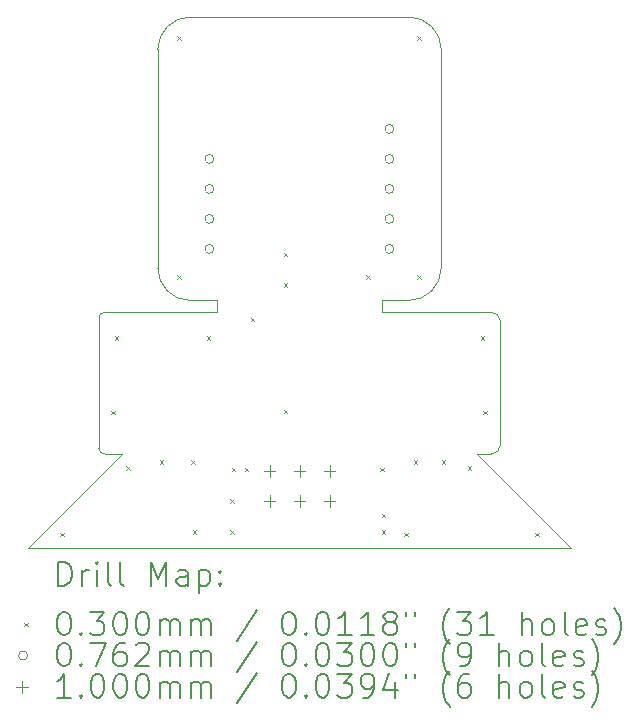
<source format=gbr>
%TF.GenerationSoftware,KiCad,Pcbnew,8.0.8*%
%TF.CreationDate,2025-02-17T10:30:17+00:00*%
%TF.ProjectId,hackaday-sao-m5stack-atoms3,6861636b-6164-4617-992d-73616f2d6d35,rev?*%
%TF.SameCoordinates,Original*%
%TF.FileFunction,Drillmap*%
%TF.FilePolarity,Positive*%
%FSLAX45Y45*%
G04 Gerber Fmt 4.5, Leading zero omitted, Abs format (unit mm)*
G04 Created by KiCad (PCBNEW 8.0.8) date 2025-02-17 10:30:17*
%MOMM*%
%LPD*%
G01*
G04 APERTURE LIST*
%ADD10C,0.050000*%
%ADD11C,0.200000*%
%ADD12C,0.100000*%
G04 APERTURE END LIST*
D10*
X19550000Y-9700000D02*
G75*
G02*
X19500000Y-9650000I0J50000D01*
G01*
X20275000Y-8400000D02*
X20500000Y-8400000D01*
X22825000Y-9700000D02*
X22700000Y-9700000D01*
X22825000Y-8500000D02*
G75*
G02*
X22900000Y-8575000I0J-75000D01*
G01*
X22400000Y-8125000D02*
G75*
G02*
X22125000Y-8400000I-275000J0D01*
G01*
X22900000Y-9625000D02*
G75*
G02*
X22825000Y-9700000I-75000J0D01*
G01*
X22125000Y-6000000D02*
G75*
G02*
X22400000Y-6275000I0J-275000D01*
G01*
X22125000Y-8400000D02*
X21900000Y-8400000D01*
X22400000Y-6275000D02*
X22400000Y-8125000D01*
X19700000Y-9700000D02*
X18900000Y-10500000D01*
X21900000Y-8500000D02*
X22825000Y-8500000D01*
X22700000Y-9700000D02*
X23500000Y-10500000D01*
X19500000Y-9650000D02*
X19500000Y-8550000D01*
X20000000Y-6275000D02*
G75*
G02*
X20275000Y-6000000I275000J0D01*
G01*
X22900000Y-8575000D02*
X22900000Y-9625000D01*
X20500000Y-8500000D02*
X19550000Y-8500000D01*
X20000000Y-8125000D02*
X20000000Y-6275000D01*
X20275000Y-8400000D02*
G75*
G02*
X20000000Y-8125000I0J275000D01*
G01*
X19550000Y-9700000D02*
X19700000Y-9700000D01*
X19500000Y-8550000D02*
G75*
G02*
X19550000Y-8500000I50000J0D01*
G01*
X18900000Y-10500000D02*
X23500000Y-10500000D01*
X20500000Y-8500000D02*
X20500000Y-8400000D01*
X21900000Y-8500000D02*
X21900000Y-8400000D01*
X20275000Y-6000000D02*
X22125000Y-6000000D01*
D11*
D12*
X19175000Y-10365000D02*
X19205000Y-10395000D01*
X19205000Y-10365000D02*
X19175000Y-10395000D01*
X19605000Y-9335000D02*
X19635000Y-9365000D01*
X19635000Y-9335000D02*
X19605000Y-9365000D01*
X19635000Y-8705000D02*
X19665000Y-8735000D01*
X19665000Y-8705000D02*
X19635000Y-8735000D01*
X19735000Y-9805000D02*
X19765000Y-9835000D01*
X19765000Y-9805000D02*
X19735000Y-9835000D01*
X20015000Y-9755000D02*
X20045000Y-9785000D01*
X20045000Y-9755000D02*
X20015000Y-9785000D01*
X20165000Y-6165000D02*
X20195000Y-6195000D01*
X20195000Y-6165000D02*
X20165000Y-6195000D01*
X20165000Y-8185000D02*
X20195000Y-8215000D01*
X20195000Y-8185000D02*
X20165000Y-8215000D01*
X20285000Y-9755000D02*
X20315000Y-9785000D01*
X20315000Y-9755000D02*
X20285000Y-9785000D01*
X20295000Y-10345000D02*
X20325000Y-10375000D01*
X20325000Y-10345000D02*
X20295000Y-10375000D01*
X20415000Y-8705000D02*
X20445000Y-8735000D01*
X20445000Y-8705000D02*
X20415000Y-8735000D01*
X20615000Y-10085000D02*
X20645000Y-10115000D01*
X20645000Y-10085000D02*
X20615000Y-10115000D01*
X20615000Y-10345000D02*
X20645000Y-10375000D01*
X20645000Y-10345000D02*
X20615000Y-10375000D01*
X20625000Y-9815000D02*
X20655000Y-9845000D01*
X20655000Y-9815000D02*
X20625000Y-9845000D01*
X20735000Y-9815000D02*
X20765000Y-9845000D01*
X20765000Y-9815000D02*
X20735000Y-9845000D01*
X20785000Y-8545000D02*
X20815000Y-8575000D01*
X20815000Y-8545000D02*
X20785000Y-8575000D01*
X21065000Y-7995000D02*
X21095000Y-8025000D01*
X21095000Y-7995000D02*
X21065000Y-8025000D01*
X21065000Y-8255000D02*
X21095000Y-8285000D01*
X21095000Y-8255000D02*
X21065000Y-8285000D01*
X21065000Y-9325000D02*
X21095000Y-9355000D01*
X21095000Y-9325000D02*
X21065000Y-9355000D01*
X21765000Y-8185000D02*
X21795000Y-8215000D01*
X21795000Y-8185000D02*
X21765000Y-8215000D01*
X21885000Y-9815000D02*
X21915000Y-9845000D01*
X21915000Y-9815000D02*
X21885000Y-9845000D01*
X21895000Y-10205000D02*
X21925000Y-10235000D01*
X21925000Y-10205000D02*
X21895000Y-10235000D01*
X21895000Y-10345000D02*
X21925000Y-10375000D01*
X21925000Y-10345000D02*
X21895000Y-10375000D01*
X22085000Y-10365000D02*
X22115000Y-10395000D01*
X22115000Y-10365000D02*
X22085000Y-10395000D01*
X22165000Y-9755000D02*
X22195000Y-9785000D01*
X22195000Y-9755000D02*
X22165000Y-9785000D01*
X22195000Y-6165000D02*
X22225000Y-6195000D01*
X22225000Y-6165000D02*
X22195000Y-6195000D01*
X22195000Y-8185000D02*
X22225000Y-8215000D01*
X22225000Y-8185000D02*
X22195000Y-8215000D01*
X22405000Y-9755000D02*
X22435000Y-9785000D01*
X22435000Y-9755000D02*
X22405000Y-9785000D01*
X22625000Y-9805000D02*
X22655000Y-9835000D01*
X22655000Y-9805000D02*
X22625000Y-9835000D01*
X22735000Y-8705000D02*
X22765000Y-8735000D01*
X22765000Y-8705000D02*
X22735000Y-8735000D01*
X22755000Y-9335000D02*
X22785000Y-9365000D01*
X22785000Y-9335000D02*
X22755000Y-9365000D01*
X23195000Y-10365000D02*
X23225000Y-10395000D01*
X23225000Y-10365000D02*
X23195000Y-10395000D01*
X20474980Y-7201120D02*
G75*
G02*
X20398780Y-7201120I-38100J0D01*
G01*
X20398780Y-7201120D02*
G75*
G02*
X20474980Y-7201120I38100J0D01*
G01*
X20474980Y-7455120D02*
G75*
G02*
X20398780Y-7455120I-38100J0D01*
G01*
X20398780Y-7455120D02*
G75*
G02*
X20474980Y-7455120I38100J0D01*
G01*
X20474980Y-7709120D02*
G75*
G02*
X20398780Y-7709120I-38100J0D01*
G01*
X20398780Y-7709120D02*
G75*
G02*
X20474980Y-7709120I38100J0D01*
G01*
X20474980Y-7963120D02*
G75*
G02*
X20398780Y-7963120I-38100J0D01*
G01*
X20398780Y-7963120D02*
G75*
G02*
X20474980Y-7963120I38100J0D01*
G01*
X21998980Y-6947120D02*
G75*
G02*
X21922780Y-6947120I-38100J0D01*
G01*
X21922780Y-6947120D02*
G75*
G02*
X21998980Y-6947120I38100J0D01*
G01*
X21998980Y-7201120D02*
G75*
G02*
X21922780Y-7201120I-38100J0D01*
G01*
X21922780Y-7201120D02*
G75*
G02*
X21998980Y-7201120I38100J0D01*
G01*
X21998980Y-7455120D02*
G75*
G02*
X21922780Y-7455120I-38100J0D01*
G01*
X21922780Y-7455120D02*
G75*
G02*
X21998980Y-7455120I38100J0D01*
G01*
X21998980Y-7709120D02*
G75*
G02*
X21922780Y-7709120I-38100J0D01*
G01*
X21922780Y-7709120D02*
G75*
G02*
X21998980Y-7709120I38100J0D01*
G01*
X21998980Y-7963120D02*
G75*
G02*
X21922780Y-7963120I-38100J0D01*
G01*
X21922780Y-7963120D02*
G75*
G02*
X21998980Y-7963120I38100J0D01*
G01*
X20946000Y-9796000D02*
X20946000Y-9896000D01*
X20896000Y-9846000D02*
X20996000Y-9846000D01*
X20946000Y-10050000D02*
X20946000Y-10150000D01*
X20896000Y-10100000D02*
X20996000Y-10100000D01*
X21200000Y-9796000D02*
X21200000Y-9896000D01*
X21150000Y-9846000D02*
X21250000Y-9846000D01*
X21200000Y-10050000D02*
X21200000Y-10150000D01*
X21150000Y-10100000D02*
X21250000Y-10100000D01*
X21454000Y-9796000D02*
X21454000Y-9896000D01*
X21404000Y-9846000D02*
X21504000Y-9846000D01*
X21454000Y-10050000D02*
X21454000Y-10150000D01*
X21404000Y-10100000D02*
X21504000Y-10100000D01*
D11*
X19158277Y-10813984D02*
X19158277Y-10613984D01*
X19158277Y-10613984D02*
X19205896Y-10613984D01*
X19205896Y-10613984D02*
X19234467Y-10623508D01*
X19234467Y-10623508D02*
X19253515Y-10642555D01*
X19253515Y-10642555D02*
X19263039Y-10661603D01*
X19263039Y-10661603D02*
X19272563Y-10699698D01*
X19272563Y-10699698D02*
X19272563Y-10728270D01*
X19272563Y-10728270D02*
X19263039Y-10766365D01*
X19263039Y-10766365D02*
X19253515Y-10785412D01*
X19253515Y-10785412D02*
X19234467Y-10804460D01*
X19234467Y-10804460D02*
X19205896Y-10813984D01*
X19205896Y-10813984D02*
X19158277Y-10813984D01*
X19358277Y-10813984D02*
X19358277Y-10680650D01*
X19358277Y-10718746D02*
X19367801Y-10699698D01*
X19367801Y-10699698D02*
X19377324Y-10690174D01*
X19377324Y-10690174D02*
X19396372Y-10680650D01*
X19396372Y-10680650D02*
X19415420Y-10680650D01*
X19482086Y-10813984D02*
X19482086Y-10680650D01*
X19482086Y-10613984D02*
X19472563Y-10623508D01*
X19472563Y-10623508D02*
X19482086Y-10633031D01*
X19482086Y-10633031D02*
X19491610Y-10623508D01*
X19491610Y-10623508D02*
X19482086Y-10613984D01*
X19482086Y-10613984D02*
X19482086Y-10633031D01*
X19605896Y-10813984D02*
X19586848Y-10804460D01*
X19586848Y-10804460D02*
X19577324Y-10785412D01*
X19577324Y-10785412D02*
X19577324Y-10613984D01*
X19710658Y-10813984D02*
X19691610Y-10804460D01*
X19691610Y-10804460D02*
X19682086Y-10785412D01*
X19682086Y-10785412D02*
X19682086Y-10613984D01*
X19939229Y-10813984D02*
X19939229Y-10613984D01*
X19939229Y-10613984D02*
X20005896Y-10756841D01*
X20005896Y-10756841D02*
X20072563Y-10613984D01*
X20072563Y-10613984D02*
X20072563Y-10813984D01*
X20253515Y-10813984D02*
X20253515Y-10709222D01*
X20253515Y-10709222D02*
X20243991Y-10690174D01*
X20243991Y-10690174D02*
X20224944Y-10680650D01*
X20224944Y-10680650D02*
X20186848Y-10680650D01*
X20186848Y-10680650D02*
X20167801Y-10690174D01*
X20253515Y-10804460D02*
X20234467Y-10813984D01*
X20234467Y-10813984D02*
X20186848Y-10813984D01*
X20186848Y-10813984D02*
X20167801Y-10804460D01*
X20167801Y-10804460D02*
X20158277Y-10785412D01*
X20158277Y-10785412D02*
X20158277Y-10766365D01*
X20158277Y-10766365D02*
X20167801Y-10747317D01*
X20167801Y-10747317D02*
X20186848Y-10737793D01*
X20186848Y-10737793D02*
X20234467Y-10737793D01*
X20234467Y-10737793D02*
X20253515Y-10728270D01*
X20348753Y-10680650D02*
X20348753Y-10880650D01*
X20348753Y-10690174D02*
X20367801Y-10680650D01*
X20367801Y-10680650D02*
X20405896Y-10680650D01*
X20405896Y-10680650D02*
X20424944Y-10690174D01*
X20424944Y-10690174D02*
X20434467Y-10699698D01*
X20434467Y-10699698D02*
X20443991Y-10718746D01*
X20443991Y-10718746D02*
X20443991Y-10775889D01*
X20443991Y-10775889D02*
X20434467Y-10794936D01*
X20434467Y-10794936D02*
X20424944Y-10804460D01*
X20424944Y-10804460D02*
X20405896Y-10813984D01*
X20405896Y-10813984D02*
X20367801Y-10813984D01*
X20367801Y-10813984D02*
X20348753Y-10804460D01*
X20529705Y-10794936D02*
X20539229Y-10804460D01*
X20539229Y-10804460D02*
X20529705Y-10813984D01*
X20529705Y-10813984D02*
X20520182Y-10804460D01*
X20520182Y-10804460D02*
X20529705Y-10794936D01*
X20529705Y-10794936D02*
X20529705Y-10813984D01*
X20529705Y-10690174D02*
X20539229Y-10699698D01*
X20539229Y-10699698D02*
X20529705Y-10709222D01*
X20529705Y-10709222D02*
X20520182Y-10699698D01*
X20520182Y-10699698D02*
X20529705Y-10690174D01*
X20529705Y-10690174D02*
X20529705Y-10709222D01*
D12*
X18867500Y-11127500D02*
X18897500Y-11157500D01*
X18897500Y-11127500D02*
X18867500Y-11157500D01*
D11*
X19196372Y-11033984D02*
X19215420Y-11033984D01*
X19215420Y-11033984D02*
X19234467Y-11043508D01*
X19234467Y-11043508D02*
X19243991Y-11053031D01*
X19243991Y-11053031D02*
X19253515Y-11072079D01*
X19253515Y-11072079D02*
X19263039Y-11110174D01*
X19263039Y-11110174D02*
X19263039Y-11157793D01*
X19263039Y-11157793D02*
X19253515Y-11195888D01*
X19253515Y-11195888D02*
X19243991Y-11214936D01*
X19243991Y-11214936D02*
X19234467Y-11224460D01*
X19234467Y-11224460D02*
X19215420Y-11233984D01*
X19215420Y-11233984D02*
X19196372Y-11233984D01*
X19196372Y-11233984D02*
X19177324Y-11224460D01*
X19177324Y-11224460D02*
X19167801Y-11214936D01*
X19167801Y-11214936D02*
X19158277Y-11195888D01*
X19158277Y-11195888D02*
X19148753Y-11157793D01*
X19148753Y-11157793D02*
X19148753Y-11110174D01*
X19148753Y-11110174D02*
X19158277Y-11072079D01*
X19158277Y-11072079D02*
X19167801Y-11053031D01*
X19167801Y-11053031D02*
X19177324Y-11043508D01*
X19177324Y-11043508D02*
X19196372Y-11033984D01*
X19348753Y-11214936D02*
X19358277Y-11224460D01*
X19358277Y-11224460D02*
X19348753Y-11233984D01*
X19348753Y-11233984D02*
X19339229Y-11224460D01*
X19339229Y-11224460D02*
X19348753Y-11214936D01*
X19348753Y-11214936D02*
X19348753Y-11233984D01*
X19424944Y-11033984D02*
X19548753Y-11033984D01*
X19548753Y-11033984D02*
X19482086Y-11110174D01*
X19482086Y-11110174D02*
X19510658Y-11110174D01*
X19510658Y-11110174D02*
X19529705Y-11119698D01*
X19529705Y-11119698D02*
X19539229Y-11129222D01*
X19539229Y-11129222D02*
X19548753Y-11148270D01*
X19548753Y-11148270D02*
X19548753Y-11195888D01*
X19548753Y-11195888D02*
X19539229Y-11214936D01*
X19539229Y-11214936D02*
X19529705Y-11224460D01*
X19529705Y-11224460D02*
X19510658Y-11233984D01*
X19510658Y-11233984D02*
X19453515Y-11233984D01*
X19453515Y-11233984D02*
X19434467Y-11224460D01*
X19434467Y-11224460D02*
X19424944Y-11214936D01*
X19672563Y-11033984D02*
X19691610Y-11033984D01*
X19691610Y-11033984D02*
X19710658Y-11043508D01*
X19710658Y-11043508D02*
X19720182Y-11053031D01*
X19720182Y-11053031D02*
X19729705Y-11072079D01*
X19729705Y-11072079D02*
X19739229Y-11110174D01*
X19739229Y-11110174D02*
X19739229Y-11157793D01*
X19739229Y-11157793D02*
X19729705Y-11195888D01*
X19729705Y-11195888D02*
X19720182Y-11214936D01*
X19720182Y-11214936D02*
X19710658Y-11224460D01*
X19710658Y-11224460D02*
X19691610Y-11233984D01*
X19691610Y-11233984D02*
X19672563Y-11233984D01*
X19672563Y-11233984D02*
X19653515Y-11224460D01*
X19653515Y-11224460D02*
X19643991Y-11214936D01*
X19643991Y-11214936D02*
X19634467Y-11195888D01*
X19634467Y-11195888D02*
X19624944Y-11157793D01*
X19624944Y-11157793D02*
X19624944Y-11110174D01*
X19624944Y-11110174D02*
X19634467Y-11072079D01*
X19634467Y-11072079D02*
X19643991Y-11053031D01*
X19643991Y-11053031D02*
X19653515Y-11043508D01*
X19653515Y-11043508D02*
X19672563Y-11033984D01*
X19863039Y-11033984D02*
X19882086Y-11033984D01*
X19882086Y-11033984D02*
X19901134Y-11043508D01*
X19901134Y-11043508D02*
X19910658Y-11053031D01*
X19910658Y-11053031D02*
X19920182Y-11072079D01*
X19920182Y-11072079D02*
X19929705Y-11110174D01*
X19929705Y-11110174D02*
X19929705Y-11157793D01*
X19929705Y-11157793D02*
X19920182Y-11195888D01*
X19920182Y-11195888D02*
X19910658Y-11214936D01*
X19910658Y-11214936D02*
X19901134Y-11224460D01*
X19901134Y-11224460D02*
X19882086Y-11233984D01*
X19882086Y-11233984D02*
X19863039Y-11233984D01*
X19863039Y-11233984D02*
X19843991Y-11224460D01*
X19843991Y-11224460D02*
X19834467Y-11214936D01*
X19834467Y-11214936D02*
X19824944Y-11195888D01*
X19824944Y-11195888D02*
X19815420Y-11157793D01*
X19815420Y-11157793D02*
X19815420Y-11110174D01*
X19815420Y-11110174D02*
X19824944Y-11072079D01*
X19824944Y-11072079D02*
X19834467Y-11053031D01*
X19834467Y-11053031D02*
X19843991Y-11043508D01*
X19843991Y-11043508D02*
X19863039Y-11033984D01*
X20015420Y-11233984D02*
X20015420Y-11100650D01*
X20015420Y-11119698D02*
X20024944Y-11110174D01*
X20024944Y-11110174D02*
X20043991Y-11100650D01*
X20043991Y-11100650D02*
X20072563Y-11100650D01*
X20072563Y-11100650D02*
X20091610Y-11110174D01*
X20091610Y-11110174D02*
X20101134Y-11129222D01*
X20101134Y-11129222D02*
X20101134Y-11233984D01*
X20101134Y-11129222D02*
X20110658Y-11110174D01*
X20110658Y-11110174D02*
X20129705Y-11100650D01*
X20129705Y-11100650D02*
X20158277Y-11100650D01*
X20158277Y-11100650D02*
X20177325Y-11110174D01*
X20177325Y-11110174D02*
X20186848Y-11129222D01*
X20186848Y-11129222D02*
X20186848Y-11233984D01*
X20282086Y-11233984D02*
X20282086Y-11100650D01*
X20282086Y-11119698D02*
X20291610Y-11110174D01*
X20291610Y-11110174D02*
X20310658Y-11100650D01*
X20310658Y-11100650D02*
X20339229Y-11100650D01*
X20339229Y-11100650D02*
X20358277Y-11110174D01*
X20358277Y-11110174D02*
X20367801Y-11129222D01*
X20367801Y-11129222D02*
X20367801Y-11233984D01*
X20367801Y-11129222D02*
X20377325Y-11110174D01*
X20377325Y-11110174D02*
X20396372Y-11100650D01*
X20396372Y-11100650D02*
X20424944Y-11100650D01*
X20424944Y-11100650D02*
X20443991Y-11110174D01*
X20443991Y-11110174D02*
X20453515Y-11129222D01*
X20453515Y-11129222D02*
X20453515Y-11233984D01*
X20843991Y-11024460D02*
X20672563Y-11281603D01*
X21101134Y-11033984D02*
X21120182Y-11033984D01*
X21120182Y-11033984D02*
X21139229Y-11043508D01*
X21139229Y-11043508D02*
X21148753Y-11053031D01*
X21148753Y-11053031D02*
X21158277Y-11072079D01*
X21158277Y-11072079D02*
X21167801Y-11110174D01*
X21167801Y-11110174D02*
X21167801Y-11157793D01*
X21167801Y-11157793D02*
X21158277Y-11195888D01*
X21158277Y-11195888D02*
X21148753Y-11214936D01*
X21148753Y-11214936D02*
X21139229Y-11224460D01*
X21139229Y-11224460D02*
X21120182Y-11233984D01*
X21120182Y-11233984D02*
X21101134Y-11233984D01*
X21101134Y-11233984D02*
X21082087Y-11224460D01*
X21082087Y-11224460D02*
X21072563Y-11214936D01*
X21072563Y-11214936D02*
X21063039Y-11195888D01*
X21063039Y-11195888D02*
X21053515Y-11157793D01*
X21053515Y-11157793D02*
X21053515Y-11110174D01*
X21053515Y-11110174D02*
X21063039Y-11072079D01*
X21063039Y-11072079D02*
X21072563Y-11053031D01*
X21072563Y-11053031D02*
X21082087Y-11043508D01*
X21082087Y-11043508D02*
X21101134Y-11033984D01*
X21253515Y-11214936D02*
X21263039Y-11224460D01*
X21263039Y-11224460D02*
X21253515Y-11233984D01*
X21253515Y-11233984D02*
X21243991Y-11224460D01*
X21243991Y-11224460D02*
X21253515Y-11214936D01*
X21253515Y-11214936D02*
X21253515Y-11233984D01*
X21386848Y-11033984D02*
X21405896Y-11033984D01*
X21405896Y-11033984D02*
X21424944Y-11043508D01*
X21424944Y-11043508D02*
X21434468Y-11053031D01*
X21434468Y-11053031D02*
X21443991Y-11072079D01*
X21443991Y-11072079D02*
X21453515Y-11110174D01*
X21453515Y-11110174D02*
X21453515Y-11157793D01*
X21453515Y-11157793D02*
X21443991Y-11195888D01*
X21443991Y-11195888D02*
X21434468Y-11214936D01*
X21434468Y-11214936D02*
X21424944Y-11224460D01*
X21424944Y-11224460D02*
X21405896Y-11233984D01*
X21405896Y-11233984D02*
X21386848Y-11233984D01*
X21386848Y-11233984D02*
X21367801Y-11224460D01*
X21367801Y-11224460D02*
X21358277Y-11214936D01*
X21358277Y-11214936D02*
X21348753Y-11195888D01*
X21348753Y-11195888D02*
X21339229Y-11157793D01*
X21339229Y-11157793D02*
X21339229Y-11110174D01*
X21339229Y-11110174D02*
X21348753Y-11072079D01*
X21348753Y-11072079D02*
X21358277Y-11053031D01*
X21358277Y-11053031D02*
X21367801Y-11043508D01*
X21367801Y-11043508D02*
X21386848Y-11033984D01*
X21643991Y-11233984D02*
X21529706Y-11233984D01*
X21586848Y-11233984D02*
X21586848Y-11033984D01*
X21586848Y-11033984D02*
X21567801Y-11062555D01*
X21567801Y-11062555D02*
X21548753Y-11081603D01*
X21548753Y-11081603D02*
X21529706Y-11091127D01*
X21834468Y-11233984D02*
X21720182Y-11233984D01*
X21777325Y-11233984D02*
X21777325Y-11033984D01*
X21777325Y-11033984D02*
X21758277Y-11062555D01*
X21758277Y-11062555D02*
X21739229Y-11081603D01*
X21739229Y-11081603D02*
X21720182Y-11091127D01*
X21948753Y-11119698D02*
X21929706Y-11110174D01*
X21929706Y-11110174D02*
X21920182Y-11100650D01*
X21920182Y-11100650D02*
X21910658Y-11081603D01*
X21910658Y-11081603D02*
X21910658Y-11072079D01*
X21910658Y-11072079D02*
X21920182Y-11053031D01*
X21920182Y-11053031D02*
X21929706Y-11043508D01*
X21929706Y-11043508D02*
X21948753Y-11033984D01*
X21948753Y-11033984D02*
X21986849Y-11033984D01*
X21986849Y-11033984D02*
X22005896Y-11043508D01*
X22005896Y-11043508D02*
X22015420Y-11053031D01*
X22015420Y-11053031D02*
X22024944Y-11072079D01*
X22024944Y-11072079D02*
X22024944Y-11081603D01*
X22024944Y-11081603D02*
X22015420Y-11100650D01*
X22015420Y-11100650D02*
X22005896Y-11110174D01*
X22005896Y-11110174D02*
X21986849Y-11119698D01*
X21986849Y-11119698D02*
X21948753Y-11119698D01*
X21948753Y-11119698D02*
X21929706Y-11129222D01*
X21929706Y-11129222D02*
X21920182Y-11138746D01*
X21920182Y-11138746D02*
X21910658Y-11157793D01*
X21910658Y-11157793D02*
X21910658Y-11195888D01*
X21910658Y-11195888D02*
X21920182Y-11214936D01*
X21920182Y-11214936D02*
X21929706Y-11224460D01*
X21929706Y-11224460D02*
X21948753Y-11233984D01*
X21948753Y-11233984D02*
X21986849Y-11233984D01*
X21986849Y-11233984D02*
X22005896Y-11224460D01*
X22005896Y-11224460D02*
X22015420Y-11214936D01*
X22015420Y-11214936D02*
X22024944Y-11195888D01*
X22024944Y-11195888D02*
X22024944Y-11157793D01*
X22024944Y-11157793D02*
X22015420Y-11138746D01*
X22015420Y-11138746D02*
X22005896Y-11129222D01*
X22005896Y-11129222D02*
X21986849Y-11119698D01*
X22101134Y-11033984D02*
X22101134Y-11072079D01*
X22177325Y-11033984D02*
X22177325Y-11072079D01*
X22472563Y-11310174D02*
X22463039Y-11300650D01*
X22463039Y-11300650D02*
X22443991Y-11272079D01*
X22443991Y-11272079D02*
X22434468Y-11253031D01*
X22434468Y-11253031D02*
X22424944Y-11224460D01*
X22424944Y-11224460D02*
X22415420Y-11176841D01*
X22415420Y-11176841D02*
X22415420Y-11138746D01*
X22415420Y-11138746D02*
X22424944Y-11091127D01*
X22424944Y-11091127D02*
X22434468Y-11062555D01*
X22434468Y-11062555D02*
X22443991Y-11043508D01*
X22443991Y-11043508D02*
X22463039Y-11014936D01*
X22463039Y-11014936D02*
X22472563Y-11005412D01*
X22529706Y-11033984D02*
X22653515Y-11033984D01*
X22653515Y-11033984D02*
X22586848Y-11110174D01*
X22586848Y-11110174D02*
X22615420Y-11110174D01*
X22615420Y-11110174D02*
X22634468Y-11119698D01*
X22634468Y-11119698D02*
X22643991Y-11129222D01*
X22643991Y-11129222D02*
X22653515Y-11148270D01*
X22653515Y-11148270D02*
X22653515Y-11195888D01*
X22653515Y-11195888D02*
X22643991Y-11214936D01*
X22643991Y-11214936D02*
X22634468Y-11224460D01*
X22634468Y-11224460D02*
X22615420Y-11233984D01*
X22615420Y-11233984D02*
X22558277Y-11233984D01*
X22558277Y-11233984D02*
X22539229Y-11224460D01*
X22539229Y-11224460D02*
X22529706Y-11214936D01*
X22843991Y-11233984D02*
X22729706Y-11233984D01*
X22786848Y-11233984D02*
X22786848Y-11033984D01*
X22786848Y-11033984D02*
X22767801Y-11062555D01*
X22767801Y-11062555D02*
X22748753Y-11081603D01*
X22748753Y-11081603D02*
X22729706Y-11091127D01*
X23082087Y-11233984D02*
X23082087Y-11033984D01*
X23167801Y-11233984D02*
X23167801Y-11129222D01*
X23167801Y-11129222D02*
X23158277Y-11110174D01*
X23158277Y-11110174D02*
X23139230Y-11100650D01*
X23139230Y-11100650D02*
X23110658Y-11100650D01*
X23110658Y-11100650D02*
X23091610Y-11110174D01*
X23091610Y-11110174D02*
X23082087Y-11119698D01*
X23291610Y-11233984D02*
X23272563Y-11224460D01*
X23272563Y-11224460D02*
X23263039Y-11214936D01*
X23263039Y-11214936D02*
X23253515Y-11195888D01*
X23253515Y-11195888D02*
X23253515Y-11138746D01*
X23253515Y-11138746D02*
X23263039Y-11119698D01*
X23263039Y-11119698D02*
X23272563Y-11110174D01*
X23272563Y-11110174D02*
X23291610Y-11100650D01*
X23291610Y-11100650D02*
X23320182Y-11100650D01*
X23320182Y-11100650D02*
X23339230Y-11110174D01*
X23339230Y-11110174D02*
X23348753Y-11119698D01*
X23348753Y-11119698D02*
X23358277Y-11138746D01*
X23358277Y-11138746D02*
X23358277Y-11195888D01*
X23358277Y-11195888D02*
X23348753Y-11214936D01*
X23348753Y-11214936D02*
X23339230Y-11224460D01*
X23339230Y-11224460D02*
X23320182Y-11233984D01*
X23320182Y-11233984D02*
X23291610Y-11233984D01*
X23472563Y-11233984D02*
X23453515Y-11224460D01*
X23453515Y-11224460D02*
X23443991Y-11205412D01*
X23443991Y-11205412D02*
X23443991Y-11033984D01*
X23624944Y-11224460D02*
X23605896Y-11233984D01*
X23605896Y-11233984D02*
X23567801Y-11233984D01*
X23567801Y-11233984D02*
X23548753Y-11224460D01*
X23548753Y-11224460D02*
X23539230Y-11205412D01*
X23539230Y-11205412D02*
X23539230Y-11129222D01*
X23539230Y-11129222D02*
X23548753Y-11110174D01*
X23548753Y-11110174D02*
X23567801Y-11100650D01*
X23567801Y-11100650D02*
X23605896Y-11100650D01*
X23605896Y-11100650D02*
X23624944Y-11110174D01*
X23624944Y-11110174D02*
X23634468Y-11129222D01*
X23634468Y-11129222D02*
X23634468Y-11148270D01*
X23634468Y-11148270D02*
X23539230Y-11167317D01*
X23710658Y-11224460D02*
X23729706Y-11233984D01*
X23729706Y-11233984D02*
X23767801Y-11233984D01*
X23767801Y-11233984D02*
X23786849Y-11224460D01*
X23786849Y-11224460D02*
X23796372Y-11205412D01*
X23796372Y-11205412D02*
X23796372Y-11195888D01*
X23796372Y-11195888D02*
X23786849Y-11176841D01*
X23786849Y-11176841D02*
X23767801Y-11167317D01*
X23767801Y-11167317D02*
X23739230Y-11167317D01*
X23739230Y-11167317D02*
X23720182Y-11157793D01*
X23720182Y-11157793D02*
X23710658Y-11138746D01*
X23710658Y-11138746D02*
X23710658Y-11129222D01*
X23710658Y-11129222D02*
X23720182Y-11110174D01*
X23720182Y-11110174D02*
X23739230Y-11100650D01*
X23739230Y-11100650D02*
X23767801Y-11100650D01*
X23767801Y-11100650D02*
X23786849Y-11110174D01*
X23863039Y-11310174D02*
X23872563Y-11300650D01*
X23872563Y-11300650D02*
X23891611Y-11272079D01*
X23891611Y-11272079D02*
X23901134Y-11253031D01*
X23901134Y-11253031D02*
X23910658Y-11224460D01*
X23910658Y-11224460D02*
X23920182Y-11176841D01*
X23920182Y-11176841D02*
X23920182Y-11138746D01*
X23920182Y-11138746D02*
X23910658Y-11091127D01*
X23910658Y-11091127D02*
X23901134Y-11062555D01*
X23901134Y-11062555D02*
X23891611Y-11043508D01*
X23891611Y-11043508D02*
X23872563Y-11014936D01*
X23872563Y-11014936D02*
X23863039Y-11005412D01*
D12*
X18897500Y-11406500D02*
G75*
G02*
X18821300Y-11406500I-38100J0D01*
G01*
X18821300Y-11406500D02*
G75*
G02*
X18897500Y-11406500I38100J0D01*
G01*
D11*
X19196372Y-11297984D02*
X19215420Y-11297984D01*
X19215420Y-11297984D02*
X19234467Y-11307508D01*
X19234467Y-11307508D02*
X19243991Y-11317031D01*
X19243991Y-11317031D02*
X19253515Y-11336079D01*
X19253515Y-11336079D02*
X19263039Y-11374174D01*
X19263039Y-11374174D02*
X19263039Y-11421793D01*
X19263039Y-11421793D02*
X19253515Y-11459888D01*
X19253515Y-11459888D02*
X19243991Y-11478936D01*
X19243991Y-11478936D02*
X19234467Y-11488460D01*
X19234467Y-11488460D02*
X19215420Y-11497984D01*
X19215420Y-11497984D02*
X19196372Y-11497984D01*
X19196372Y-11497984D02*
X19177324Y-11488460D01*
X19177324Y-11488460D02*
X19167801Y-11478936D01*
X19167801Y-11478936D02*
X19158277Y-11459888D01*
X19158277Y-11459888D02*
X19148753Y-11421793D01*
X19148753Y-11421793D02*
X19148753Y-11374174D01*
X19148753Y-11374174D02*
X19158277Y-11336079D01*
X19158277Y-11336079D02*
X19167801Y-11317031D01*
X19167801Y-11317031D02*
X19177324Y-11307508D01*
X19177324Y-11307508D02*
X19196372Y-11297984D01*
X19348753Y-11478936D02*
X19358277Y-11488460D01*
X19358277Y-11488460D02*
X19348753Y-11497984D01*
X19348753Y-11497984D02*
X19339229Y-11488460D01*
X19339229Y-11488460D02*
X19348753Y-11478936D01*
X19348753Y-11478936D02*
X19348753Y-11497984D01*
X19424944Y-11297984D02*
X19558277Y-11297984D01*
X19558277Y-11297984D02*
X19472563Y-11497984D01*
X19720182Y-11297984D02*
X19682086Y-11297984D01*
X19682086Y-11297984D02*
X19663039Y-11307508D01*
X19663039Y-11307508D02*
X19653515Y-11317031D01*
X19653515Y-11317031D02*
X19634467Y-11345603D01*
X19634467Y-11345603D02*
X19624944Y-11383698D01*
X19624944Y-11383698D02*
X19624944Y-11459888D01*
X19624944Y-11459888D02*
X19634467Y-11478936D01*
X19634467Y-11478936D02*
X19643991Y-11488460D01*
X19643991Y-11488460D02*
X19663039Y-11497984D01*
X19663039Y-11497984D02*
X19701134Y-11497984D01*
X19701134Y-11497984D02*
X19720182Y-11488460D01*
X19720182Y-11488460D02*
X19729705Y-11478936D01*
X19729705Y-11478936D02*
X19739229Y-11459888D01*
X19739229Y-11459888D02*
X19739229Y-11412269D01*
X19739229Y-11412269D02*
X19729705Y-11393222D01*
X19729705Y-11393222D02*
X19720182Y-11383698D01*
X19720182Y-11383698D02*
X19701134Y-11374174D01*
X19701134Y-11374174D02*
X19663039Y-11374174D01*
X19663039Y-11374174D02*
X19643991Y-11383698D01*
X19643991Y-11383698D02*
X19634467Y-11393222D01*
X19634467Y-11393222D02*
X19624944Y-11412269D01*
X19815420Y-11317031D02*
X19824944Y-11307508D01*
X19824944Y-11307508D02*
X19843991Y-11297984D01*
X19843991Y-11297984D02*
X19891610Y-11297984D01*
X19891610Y-11297984D02*
X19910658Y-11307508D01*
X19910658Y-11307508D02*
X19920182Y-11317031D01*
X19920182Y-11317031D02*
X19929705Y-11336079D01*
X19929705Y-11336079D02*
X19929705Y-11355127D01*
X19929705Y-11355127D02*
X19920182Y-11383698D01*
X19920182Y-11383698D02*
X19805896Y-11497984D01*
X19805896Y-11497984D02*
X19929705Y-11497984D01*
X20015420Y-11497984D02*
X20015420Y-11364650D01*
X20015420Y-11383698D02*
X20024944Y-11374174D01*
X20024944Y-11374174D02*
X20043991Y-11364650D01*
X20043991Y-11364650D02*
X20072563Y-11364650D01*
X20072563Y-11364650D02*
X20091610Y-11374174D01*
X20091610Y-11374174D02*
X20101134Y-11393222D01*
X20101134Y-11393222D02*
X20101134Y-11497984D01*
X20101134Y-11393222D02*
X20110658Y-11374174D01*
X20110658Y-11374174D02*
X20129705Y-11364650D01*
X20129705Y-11364650D02*
X20158277Y-11364650D01*
X20158277Y-11364650D02*
X20177325Y-11374174D01*
X20177325Y-11374174D02*
X20186848Y-11393222D01*
X20186848Y-11393222D02*
X20186848Y-11497984D01*
X20282086Y-11497984D02*
X20282086Y-11364650D01*
X20282086Y-11383698D02*
X20291610Y-11374174D01*
X20291610Y-11374174D02*
X20310658Y-11364650D01*
X20310658Y-11364650D02*
X20339229Y-11364650D01*
X20339229Y-11364650D02*
X20358277Y-11374174D01*
X20358277Y-11374174D02*
X20367801Y-11393222D01*
X20367801Y-11393222D02*
X20367801Y-11497984D01*
X20367801Y-11393222D02*
X20377325Y-11374174D01*
X20377325Y-11374174D02*
X20396372Y-11364650D01*
X20396372Y-11364650D02*
X20424944Y-11364650D01*
X20424944Y-11364650D02*
X20443991Y-11374174D01*
X20443991Y-11374174D02*
X20453515Y-11393222D01*
X20453515Y-11393222D02*
X20453515Y-11497984D01*
X20843991Y-11288460D02*
X20672563Y-11545603D01*
X21101134Y-11297984D02*
X21120182Y-11297984D01*
X21120182Y-11297984D02*
X21139229Y-11307508D01*
X21139229Y-11307508D02*
X21148753Y-11317031D01*
X21148753Y-11317031D02*
X21158277Y-11336079D01*
X21158277Y-11336079D02*
X21167801Y-11374174D01*
X21167801Y-11374174D02*
X21167801Y-11421793D01*
X21167801Y-11421793D02*
X21158277Y-11459888D01*
X21158277Y-11459888D02*
X21148753Y-11478936D01*
X21148753Y-11478936D02*
X21139229Y-11488460D01*
X21139229Y-11488460D02*
X21120182Y-11497984D01*
X21120182Y-11497984D02*
X21101134Y-11497984D01*
X21101134Y-11497984D02*
X21082087Y-11488460D01*
X21082087Y-11488460D02*
X21072563Y-11478936D01*
X21072563Y-11478936D02*
X21063039Y-11459888D01*
X21063039Y-11459888D02*
X21053515Y-11421793D01*
X21053515Y-11421793D02*
X21053515Y-11374174D01*
X21053515Y-11374174D02*
X21063039Y-11336079D01*
X21063039Y-11336079D02*
X21072563Y-11317031D01*
X21072563Y-11317031D02*
X21082087Y-11307508D01*
X21082087Y-11307508D02*
X21101134Y-11297984D01*
X21253515Y-11478936D02*
X21263039Y-11488460D01*
X21263039Y-11488460D02*
X21253515Y-11497984D01*
X21253515Y-11497984D02*
X21243991Y-11488460D01*
X21243991Y-11488460D02*
X21253515Y-11478936D01*
X21253515Y-11478936D02*
X21253515Y-11497984D01*
X21386848Y-11297984D02*
X21405896Y-11297984D01*
X21405896Y-11297984D02*
X21424944Y-11307508D01*
X21424944Y-11307508D02*
X21434468Y-11317031D01*
X21434468Y-11317031D02*
X21443991Y-11336079D01*
X21443991Y-11336079D02*
X21453515Y-11374174D01*
X21453515Y-11374174D02*
X21453515Y-11421793D01*
X21453515Y-11421793D02*
X21443991Y-11459888D01*
X21443991Y-11459888D02*
X21434468Y-11478936D01*
X21434468Y-11478936D02*
X21424944Y-11488460D01*
X21424944Y-11488460D02*
X21405896Y-11497984D01*
X21405896Y-11497984D02*
X21386848Y-11497984D01*
X21386848Y-11497984D02*
X21367801Y-11488460D01*
X21367801Y-11488460D02*
X21358277Y-11478936D01*
X21358277Y-11478936D02*
X21348753Y-11459888D01*
X21348753Y-11459888D02*
X21339229Y-11421793D01*
X21339229Y-11421793D02*
X21339229Y-11374174D01*
X21339229Y-11374174D02*
X21348753Y-11336079D01*
X21348753Y-11336079D02*
X21358277Y-11317031D01*
X21358277Y-11317031D02*
X21367801Y-11307508D01*
X21367801Y-11307508D02*
X21386848Y-11297984D01*
X21520182Y-11297984D02*
X21643991Y-11297984D01*
X21643991Y-11297984D02*
X21577325Y-11374174D01*
X21577325Y-11374174D02*
X21605896Y-11374174D01*
X21605896Y-11374174D02*
X21624944Y-11383698D01*
X21624944Y-11383698D02*
X21634468Y-11393222D01*
X21634468Y-11393222D02*
X21643991Y-11412269D01*
X21643991Y-11412269D02*
X21643991Y-11459888D01*
X21643991Y-11459888D02*
X21634468Y-11478936D01*
X21634468Y-11478936D02*
X21624944Y-11488460D01*
X21624944Y-11488460D02*
X21605896Y-11497984D01*
X21605896Y-11497984D02*
X21548753Y-11497984D01*
X21548753Y-11497984D02*
X21529706Y-11488460D01*
X21529706Y-11488460D02*
X21520182Y-11478936D01*
X21767801Y-11297984D02*
X21786849Y-11297984D01*
X21786849Y-11297984D02*
X21805896Y-11307508D01*
X21805896Y-11307508D02*
X21815420Y-11317031D01*
X21815420Y-11317031D02*
X21824944Y-11336079D01*
X21824944Y-11336079D02*
X21834468Y-11374174D01*
X21834468Y-11374174D02*
X21834468Y-11421793D01*
X21834468Y-11421793D02*
X21824944Y-11459888D01*
X21824944Y-11459888D02*
X21815420Y-11478936D01*
X21815420Y-11478936D02*
X21805896Y-11488460D01*
X21805896Y-11488460D02*
X21786849Y-11497984D01*
X21786849Y-11497984D02*
X21767801Y-11497984D01*
X21767801Y-11497984D02*
X21748753Y-11488460D01*
X21748753Y-11488460D02*
X21739229Y-11478936D01*
X21739229Y-11478936D02*
X21729706Y-11459888D01*
X21729706Y-11459888D02*
X21720182Y-11421793D01*
X21720182Y-11421793D02*
X21720182Y-11374174D01*
X21720182Y-11374174D02*
X21729706Y-11336079D01*
X21729706Y-11336079D02*
X21739229Y-11317031D01*
X21739229Y-11317031D02*
X21748753Y-11307508D01*
X21748753Y-11307508D02*
X21767801Y-11297984D01*
X21958277Y-11297984D02*
X21977325Y-11297984D01*
X21977325Y-11297984D02*
X21996372Y-11307508D01*
X21996372Y-11307508D02*
X22005896Y-11317031D01*
X22005896Y-11317031D02*
X22015420Y-11336079D01*
X22015420Y-11336079D02*
X22024944Y-11374174D01*
X22024944Y-11374174D02*
X22024944Y-11421793D01*
X22024944Y-11421793D02*
X22015420Y-11459888D01*
X22015420Y-11459888D02*
X22005896Y-11478936D01*
X22005896Y-11478936D02*
X21996372Y-11488460D01*
X21996372Y-11488460D02*
X21977325Y-11497984D01*
X21977325Y-11497984D02*
X21958277Y-11497984D01*
X21958277Y-11497984D02*
X21939229Y-11488460D01*
X21939229Y-11488460D02*
X21929706Y-11478936D01*
X21929706Y-11478936D02*
X21920182Y-11459888D01*
X21920182Y-11459888D02*
X21910658Y-11421793D01*
X21910658Y-11421793D02*
X21910658Y-11374174D01*
X21910658Y-11374174D02*
X21920182Y-11336079D01*
X21920182Y-11336079D02*
X21929706Y-11317031D01*
X21929706Y-11317031D02*
X21939229Y-11307508D01*
X21939229Y-11307508D02*
X21958277Y-11297984D01*
X22101134Y-11297984D02*
X22101134Y-11336079D01*
X22177325Y-11297984D02*
X22177325Y-11336079D01*
X22472563Y-11574174D02*
X22463039Y-11564650D01*
X22463039Y-11564650D02*
X22443991Y-11536079D01*
X22443991Y-11536079D02*
X22434468Y-11517031D01*
X22434468Y-11517031D02*
X22424944Y-11488460D01*
X22424944Y-11488460D02*
X22415420Y-11440841D01*
X22415420Y-11440841D02*
X22415420Y-11402746D01*
X22415420Y-11402746D02*
X22424944Y-11355127D01*
X22424944Y-11355127D02*
X22434468Y-11326555D01*
X22434468Y-11326555D02*
X22443991Y-11307508D01*
X22443991Y-11307508D02*
X22463039Y-11278936D01*
X22463039Y-11278936D02*
X22472563Y-11269412D01*
X22558277Y-11497984D02*
X22596372Y-11497984D01*
X22596372Y-11497984D02*
X22615420Y-11488460D01*
X22615420Y-11488460D02*
X22624944Y-11478936D01*
X22624944Y-11478936D02*
X22643991Y-11450365D01*
X22643991Y-11450365D02*
X22653515Y-11412269D01*
X22653515Y-11412269D02*
X22653515Y-11336079D01*
X22653515Y-11336079D02*
X22643991Y-11317031D01*
X22643991Y-11317031D02*
X22634468Y-11307508D01*
X22634468Y-11307508D02*
X22615420Y-11297984D01*
X22615420Y-11297984D02*
X22577325Y-11297984D01*
X22577325Y-11297984D02*
X22558277Y-11307508D01*
X22558277Y-11307508D02*
X22548753Y-11317031D01*
X22548753Y-11317031D02*
X22539229Y-11336079D01*
X22539229Y-11336079D02*
X22539229Y-11383698D01*
X22539229Y-11383698D02*
X22548753Y-11402746D01*
X22548753Y-11402746D02*
X22558277Y-11412269D01*
X22558277Y-11412269D02*
X22577325Y-11421793D01*
X22577325Y-11421793D02*
X22615420Y-11421793D01*
X22615420Y-11421793D02*
X22634468Y-11412269D01*
X22634468Y-11412269D02*
X22643991Y-11402746D01*
X22643991Y-11402746D02*
X22653515Y-11383698D01*
X22891610Y-11497984D02*
X22891610Y-11297984D01*
X22977325Y-11497984D02*
X22977325Y-11393222D01*
X22977325Y-11393222D02*
X22967801Y-11374174D01*
X22967801Y-11374174D02*
X22948753Y-11364650D01*
X22948753Y-11364650D02*
X22920182Y-11364650D01*
X22920182Y-11364650D02*
X22901134Y-11374174D01*
X22901134Y-11374174D02*
X22891610Y-11383698D01*
X23101134Y-11497984D02*
X23082087Y-11488460D01*
X23082087Y-11488460D02*
X23072563Y-11478936D01*
X23072563Y-11478936D02*
X23063039Y-11459888D01*
X23063039Y-11459888D02*
X23063039Y-11402746D01*
X23063039Y-11402746D02*
X23072563Y-11383698D01*
X23072563Y-11383698D02*
X23082087Y-11374174D01*
X23082087Y-11374174D02*
X23101134Y-11364650D01*
X23101134Y-11364650D02*
X23129706Y-11364650D01*
X23129706Y-11364650D02*
X23148753Y-11374174D01*
X23148753Y-11374174D02*
X23158277Y-11383698D01*
X23158277Y-11383698D02*
X23167801Y-11402746D01*
X23167801Y-11402746D02*
X23167801Y-11459888D01*
X23167801Y-11459888D02*
X23158277Y-11478936D01*
X23158277Y-11478936D02*
X23148753Y-11488460D01*
X23148753Y-11488460D02*
X23129706Y-11497984D01*
X23129706Y-11497984D02*
X23101134Y-11497984D01*
X23282087Y-11497984D02*
X23263039Y-11488460D01*
X23263039Y-11488460D02*
X23253515Y-11469412D01*
X23253515Y-11469412D02*
X23253515Y-11297984D01*
X23434468Y-11488460D02*
X23415420Y-11497984D01*
X23415420Y-11497984D02*
X23377325Y-11497984D01*
X23377325Y-11497984D02*
X23358277Y-11488460D01*
X23358277Y-11488460D02*
X23348753Y-11469412D01*
X23348753Y-11469412D02*
X23348753Y-11393222D01*
X23348753Y-11393222D02*
X23358277Y-11374174D01*
X23358277Y-11374174D02*
X23377325Y-11364650D01*
X23377325Y-11364650D02*
X23415420Y-11364650D01*
X23415420Y-11364650D02*
X23434468Y-11374174D01*
X23434468Y-11374174D02*
X23443991Y-11393222D01*
X23443991Y-11393222D02*
X23443991Y-11412269D01*
X23443991Y-11412269D02*
X23348753Y-11431317D01*
X23520182Y-11488460D02*
X23539230Y-11497984D01*
X23539230Y-11497984D02*
X23577325Y-11497984D01*
X23577325Y-11497984D02*
X23596372Y-11488460D01*
X23596372Y-11488460D02*
X23605896Y-11469412D01*
X23605896Y-11469412D02*
X23605896Y-11459888D01*
X23605896Y-11459888D02*
X23596372Y-11440841D01*
X23596372Y-11440841D02*
X23577325Y-11431317D01*
X23577325Y-11431317D02*
X23548753Y-11431317D01*
X23548753Y-11431317D02*
X23529706Y-11421793D01*
X23529706Y-11421793D02*
X23520182Y-11402746D01*
X23520182Y-11402746D02*
X23520182Y-11393222D01*
X23520182Y-11393222D02*
X23529706Y-11374174D01*
X23529706Y-11374174D02*
X23548753Y-11364650D01*
X23548753Y-11364650D02*
X23577325Y-11364650D01*
X23577325Y-11364650D02*
X23596372Y-11374174D01*
X23672563Y-11574174D02*
X23682087Y-11564650D01*
X23682087Y-11564650D02*
X23701134Y-11536079D01*
X23701134Y-11536079D02*
X23710658Y-11517031D01*
X23710658Y-11517031D02*
X23720182Y-11488460D01*
X23720182Y-11488460D02*
X23729706Y-11440841D01*
X23729706Y-11440841D02*
X23729706Y-11402746D01*
X23729706Y-11402746D02*
X23720182Y-11355127D01*
X23720182Y-11355127D02*
X23710658Y-11326555D01*
X23710658Y-11326555D02*
X23701134Y-11307508D01*
X23701134Y-11307508D02*
X23682087Y-11278936D01*
X23682087Y-11278936D02*
X23672563Y-11269412D01*
D12*
X18847500Y-11620500D02*
X18847500Y-11720500D01*
X18797500Y-11670500D02*
X18897500Y-11670500D01*
D11*
X19263039Y-11761984D02*
X19148753Y-11761984D01*
X19205896Y-11761984D02*
X19205896Y-11561984D01*
X19205896Y-11561984D02*
X19186848Y-11590555D01*
X19186848Y-11590555D02*
X19167801Y-11609603D01*
X19167801Y-11609603D02*
X19148753Y-11619127D01*
X19348753Y-11742936D02*
X19358277Y-11752460D01*
X19358277Y-11752460D02*
X19348753Y-11761984D01*
X19348753Y-11761984D02*
X19339229Y-11752460D01*
X19339229Y-11752460D02*
X19348753Y-11742936D01*
X19348753Y-11742936D02*
X19348753Y-11761984D01*
X19482086Y-11561984D02*
X19501134Y-11561984D01*
X19501134Y-11561984D02*
X19520182Y-11571508D01*
X19520182Y-11571508D02*
X19529705Y-11581031D01*
X19529705Y-11581031D02*
X19539229Y-11600079D01*
X19539229Y-11600079D02*
X19548753Y-11638174D01*
X19548753Y-11638174D02*
X19548753Y-11685793D01*
X19548753Y-11685793D02*
X19539229Y-11723888D01*
X19539229Y-11723888D02*
X19529705Y-11742936D01*
X19529705Y-11742936D02*
X19520182Y-11752460D01*
X19520182Y-11752460D02*
X19501134Y-11761984D01*
X19501134Y-11761984D02*
X19482086Y-11761984D01*
X19482086Y-11761984D02*
X19463039Y-11752460D01*
X19463039Y-11752460D02*
X19453515Y-11742936D01*
X19453515Y-11742936D02*
X19443991Y-11723888D01*
X19443991Y-11723888D02*
X19434467Y-11685793D01*
X19434467Y-11685793D02*
X19434467Y-11638174D01*
X19434467Y-11638174D02*
X19443991Y-11600079D01*
X19443991Y-11600079D02*
X19453515Y-11581031D01*
X19453515Y-11581031D02*
X19463039Y-11571508D01*
X19463039Y-11571508D02*
X19482086Y-11561984D01*
X19672563Y-11561984D02*
X19691610Y-11561984D01*
X19691610Y-11561984D02*
X19710658Y-11571508D01*
X19710658Y-11571508D02*
X19720182Y-11581031D01*
X19720182Y-11581031D02*
X19729705Y-11600079D01*
X19729705Y-11600079D02*
X19739229Y-11638174D01*
X19739229Y-11638174D02*
X19739229Y-11685793D01*
X19739229Y-11685793D02*
X19729705Y-11723888D01*
X19729705Y-11723888D02*
X19720182Y-11742936D01*
X19720182Y-11742936D02*
X19710658Y-11752460D01*
X19710658Y-11752460D02*
X19691610Y-11761984D01*
X19691610Y-11761984D02*
X19672563Y-11761984D01*
X19672563Y-11761984D02*
X19653515Y-11752460D01*
X19653515Y-11752460D02*
X19643991Y-11742936D01*
X19643991Y-11742936D02*
X19634467Y-11723888D01*
X19634467Y-11723888D02*
X19624944Y-11685793D01*
X19624944Y-11685793D02*
X19624944Y-11638174D01*
X19624944Y-11638174D02*
X19634467Y-11600079D01*
X19634467Y-11600079D02*
X19643991Y-11581031D01*
X19643991Y-11581031D02*
X19653515Y-11571508D01*
X19653515Y-11571508D02*
X19672563Y-11561984D01*
X19863039Y-11561984D02*
X19882086Y-11561984D01*
X19882086Y-11561984D02*
X19901134Y-11571508D01*
X19901134Y-11571508D02*
X19910658Y-11581031D01*
X19910658Y-11581031D02*
X19920182Y-11600079D01*
X19920182Y-11600079D02*
X19929705Y-11638174D01*
X19929705Y-11638174D02*
X19929705Y-11685793D01*
X19929705Y-11685793D02*
X19920182Y-11723888D01*
X19920182Y-11723888D02*
X19910658Y-11742936D01*
X19910658Y-11742936D02*
X19901134Y-11752460D01*
X19901134Y-11752460D02*
X19882086Y-11761984D01*
X19882086Y-11761984D02*
X19863039Y-11761984D01*
X19863039Y-11761984D02*
X19843991Y-11752460D01*
X19843991Y-11752460D02*
X19834467Y-11742936D01*
X19834467Y-11742936D02*
X19824944Y-11723888D01*
X19824944Y-11723888D02*
X19815420Y-11685793D01*
X19815420Y-11685793D02*
X19815420Y-11638174D01*
X19815420Y-11638174D02*
X19824944Y-11600079D01*
X19824944Y-11600079D02*
X19834467Y-11581031D01*
X19834467Y-11581031D02*
X19843991Y-11571508D01*
X19843991Y-11571508D02*
X19863039Y-11561984D01*
X20015420Y-11761984D02*
X20015420Y-11628650D01*
X20015420Y-11647698D02*
X20024944Y-11638174D01*
X20024944Y-11638174D02*
X20043991Y-11628650D01*
X20043991Y-11628650D02*
X20072563Y-11628650D01*
X20072563Y-11628650D02*
X20091610Y-11638174D01*
X20091610Y-11638174D02*
X20101134Y-11657222D01*
X20101134Y-11657222D02*
X20101134Y-11761984D01*
X20101134Y-11657222D02*
X20110658Y-11638174D01*
X20110658Y-11638174D02*
X20129705Y-11628650D01*
X20129705Y-11628650D02*
X20158277Y-11628650D01*
X20158277Y-11628650D02*
X20177325Y-11638174D01*
X20177325Y-11638174D02*
X20186848Y-11657222D01*
X20186848Y-11657222D02*
X20186848Y-11761984D01*
X20282086Y-11761984D02*
X20282086Y-11628650D01*
X20282086Y-11647698D02*
X20291610Y-11638174D01*
X20291610Y-11638174D02*
X20310658Y-11628650D01*
X20310658Y-11628650D02*
X20339229Y-11628650D01*
X20339229Y-11628650D02*
X20358277Y-11638174D01*
X20358277Y-11638174D02*
X20367801Y-11657222D01*
X20367801Y-11657222D02*
X20367801Y-11761984D01*
X20367801Y-11657222D02*
X20377325Y-11638174D01*
X20377325Y-11638174D02*
X20396372Y-11628650D01*
X20396372Y-11628650D02*
X20424944Y-11628650D01*
X20424944Y-11628650D02*
X20443991Y-11638174D01*
X20443991Y-11638174D02*
X20453515Y-11657222D01*
X20453515Y-11657222D02*
X20453515Y-11761984D01*
X20843991Y-11552460D02*
X20672563Y-11809603D01*
X21101134Y-11561984D02*
X21120182Y-11561984D01*
X21120182Y-11561984D02*
X21139229Y-11571508D01*
X21139229Y-11571508D02*
X21148753Y-11581031D01*
X21148753Y-11581031D02*
X21158277Y-11600079D01*
X21158277Y-11600079D02*
X21167801Y-11638174D01*
X21167801Y-11638174D02*
X21167801Y-11685793D01*
X21167801Y-11685793D02*
X21158277Y-11723888D01*
X21158277Y-11723888D02*
X21148753Y-11742936D01*
X21148753Y-11742936D02*
X21139229Y-11752460D01*
X21139229Y-11752460D02*
X21120182Y-11761984D01*
X21120182Y-11761984D02*
X21101134Y-11761984D01*
X21101134Y-11761984D02*
X21082087Y-11752460D01*
X21082087Y-11752460D02*
X21072563Y-11742936D01*
X21072563Y-11742936D02*
X21063039Y-11723888D01*
X21063039Y-11723888D02*
X21053515Y-11685793D01*
X21053515Y-11685793D02*
X21053515Y-11638174D01*
X21053515Y-11638174D02*
X21063039Y-11600079D01*
X21063039Y-11600079D02*
X21072563Y-11581031D01*
X21072563Y-11581031D02*
X21082087Y-11571508D01*
X21082087Y-11571508D02*
X21101134Y-11561984D01*
X21253515Y-11742936D02*
X21263039Y-11752460D01*
X21263039Y-11752460D02*
X21253515Y-11761984D01*
X21253515Y-11761984D02*
X21243991Y-11752460D01*
X21243991Y-11752460D02*
X21253515Y-11742936D01*
X21253515Y-11742936D02*
X21253515Y-11761984D01*
X21386848Y-11561984D02*
X21405896Y-11561984D01*
X21405896Y-11561984D02*
X21424944Y-11571508D01*
X21424944Y-11571508D02*
X21434468Y-11581031D01*
X21434468Y-11581031D02*
X21443991Y-11600079D01*
X21443991Y-11600079D02*
X21453515Y-11638174D01*
X21453515Y-11638174D02*
X21453515Y-11685793D01*
X21453515Y-11685793D02*
X21443991Y-11723888D01*
X21443991Y-11723888D02*
X21434468Y-11742936D01*
X21434468Y-11742936D02*
X21424944Y-11752460D01*
X21424944Y-11752460D02*
X21405896Y-11761984D01*
X21405896Y-11761984D02*
X21386848Y-11761984D01*
X21386848Y-11761984D02*
X21367801Y-11752460D01*
X21367801Y-11752460D02*
X21358277Y-11742936D01*
X21358277Y-11742936D02*
X21348753Y-11723888D01*
X21348753Y-11723888D02*
X21339229Y-11685793D01*
X21339229Y-11685793D02*
X21339229Y-11638174D01*
X21339229Y-11638174D02*
X21348753Y-11600079D01*
X21348753Y-11600079D02*
X21358277Y-11581031D01*
X21358277Y-11581031D02*
X21367801Y-11571508D01*
X21367801Y-11571508D02*
X21386848Y-11561984D01*
X21520182Y-11561984D02*
X21643991Y-11561984D01*
X21643991Y-11561984D02*
X21577325Y-11638174D01*
X21577325Y-11638174D02*
X21605896Y-11638174D01*
X21605896Y-11638174D02*
X21624944Y-11647698D01*
X21624944Y-11647698D02*
X21634468Y-11657222D01*
X21634468Y-11657222D02*
X21643991Y-11676269D01*
X21643991Y-11676269D02*
X21643991Y-11723888D01*
X21643991Y-11723888D02*
X21634468Y-11742936D01*
X21634468Y-11742936D02*
X21624944Y-11752460D01*
X21624944Y-11752460D02*
X21605896Y-11761984D01*
X21605896Y-11761984D02*
X21548753Y-11761984D01*
X21548753Y-11761984D02*
X21529706Y-11752460D01*
X21529706Y-11752460D02*
X21520182Y-11742936D01*
X21739229Y-11761984D02*
X21777325Y-11761984D01*
X21777325Y-11761984D02*
X21796372Y-11752460D01*
X21796372Y-11752460D02*
X21805896Y-11742936D01*
X21805896Y-11742936D02*
X21824944Y-11714365D01*
X21824944Y-11714365D02*
X21834468Y-11676269D01*
X21834468Y-11676269D02*
X21834468Y-11600079D01*
X21834468Y-11600079D02*
X21824944Y-11581031D01*
X21824944Y-11581031D02*
X21815420Y-11571508D01*
X21815420Y-11571508D02*
X21796372Y-11561984D01*
X21796372Y-11561984D02*
X21758277Y-11561984D01*
X21758277Y-11561984D02*
X21739229Y-11571508D01*
X21739229Y-11571508D02*
X21729706Y-11581031D01*
X21729706Y-11581031D02*
X21720182Y-11600079D01*
X21720182Y-11600079D02*
X21720182Y-11647698D01*
X21720182Y-11647698D02*
X21729706Y-11666746D01*
X21729706Y-11666746D02*
X21739229Y-11676269D01*
X21739229Y-11676269D02*
X21758277Y-11685793D01*
X21758277Y-11685793D02*
X21796372Y-11685793D01*
X21796372Y-11685793D02*
X21815420Y-11676269D01*
X21815420Y-11676269D02*
X21824944Y-11666746D01*
X21824944Y-11666746D02*
X21834468Y-11647698D01*
X22005896Y-11628650D02*
X22005896Y-11761984D01*
X21958277Y-11552460D02*
X21910658Y-11695317D01*
X21910658Y-11695317D02*
X22034468Y-11695317D01*
X22101134Y-11561984D02*
X22101134Y-11600079D01*
X22177325Y-11561984D02*
X22177325Y-11600079D01*
X22472563Y-11838174D02*
X22463039Y-11828650D01*
X22463039Y-11828650D02*
X22443991Y-11800079D01*
X22443991Y-11800079D02*
X22434468Y-11781031D01*
X22434468Y-11781031D02*
X22424944Y-11752460D01*
X22424944Y-11752460D02*
X22415420Y-11704841D01*
X22415420Y-11704841D02*
X22415420Y-11666746D01*
X22415420Y-11666746D02*
X22424944Y-11619127D01*
X22424944Y-11619127D02*
X22434468Y-11590555D01*
X22434468Y-11590555D02*
X22443991Y-11571508D01*
X22443991Y-11571508D02*
X22463039Y-11542936D01*
X22463039Y-11542936D02*
X22472563Y-11533412D01*
X22634468Y-11561984D02*
X22596372Y-11561984D01*
X22596372Y-11561984D02*
X22577325Y-11571508D01*
X22577325Y-11571508D02*
X22567801Y-11581031D01*
X22567801Y-11581031D02*
X22548753Y-11609603D01*
X22548753Y-11609603D02*
X22539229Y-11647698D01*
X22539229Y-11647698D02*
X22539229Y-11723888D01*
X22539229Y-11723888D02*
X22548753Y-11742936D01*
X22548753Y-11742936D02*
X22558277Y-11752460D01*
X22558277Y-11752460D02*
X22577325Y-11761984D01*
X22577325Y-11761984D02*
X22615420Y-11761984D01*
X22615420Y-11761984D02*
X22634468Y-11752460D01*
X22634468Y-11752460D02*
X22643991Y-11742936D01*
X22643991Y-11742936D02*
X22653515Y-11723888D01*
X22653515Y-11723888D02*
X22653515Y-11676269D01*
X22653515Y-11676269D02*
X22643991Y-11657222D01*
X22643991Y-11657222D02*
X22634468Y-11647698D01*
X22634468Y-11647698D02*
X22615420Y-11638174D01*
X22615420Y-11638174D02*
X22577325Y-11638174D01*
X22577325Y-11638174D02*
X22558277Y-11647698D01*
X22558277Y-11647698D02*
X22548753Y-11657222D01*
X22548753Y-11657222D02*
X22539229Y-11676269D01*
X22891610Y-11761984D02*
X22891610Y-11561984D01*
X22977325Y-11761984D02*
X22977325Y-11657222D01*
X22977325Y-11657222D02*
X22967801Y-11638174D01*
X22967801Y-11638174D02*
X22948753Y-11628650D01*
X22948753Y-11628650D02*
X22920182Y-11628650D01*
X22920182Y-11628650D02*
X22901134Y-11638174D01*
X22901134Y-11638174D02*
X22891610Y-11647698D01*
X23101134Y-11761984D02*
X23082087Y-11752460D01*
X23082087Y-11752460D02*
X23072563Y-11742936D01*
X23072563Y-11742936D02*
X23063039Y-11723888D01*
X23063039Y-11723888D02*
X23063039Y-11666746D01*
X23063039Y-11666746D02*
X23072563Y-11647698D01*
X23072563Y-11647698D02*
X23082087Y-11638174D01*
X23082087Y-11638174D02*
X23101134Y-11628650D01*
X23101134Y-11628650D02*
X23129706Y-11628650D01*
X23129706Y-11628650D02*
X23148753Y-11638174D01*
X23148753Y-11638174D02*
X23158277Y-11647698D01*
X23158277Y-11647698D02*
X23167801Y-11666746D01*
X23167801Y-11666746D02*
X23167801Y-11723888D01*
X23167801Y-11723888D02*
X23158277Y-11742936D01*
X23158277Y-11742936D02*
X23148753Y-11752460D01*
X23148753Y-11752460D02*
X23129706Y-11761984D01*
X23129706Y-11761984D02*
X23101134Y-11761984D01*
X23282087Y-11761984D02*
X23263039Y-11752460D01*
X23263039Y-11752460D02*
X23253515Y-11733412D01*
X23253515Y-11733412D02*
X23253515Y-11561984D01*
X23434468Y-11752460D02*
X23415420Y-11761984D01*
X23415420Y-11761984D02*
X23377325Y-11761984D01*
X23377325Y-11761984D02*
X23358277Y-11752460D01*
X23358277Y-11752460D02*
X23348753Y-11733412D01*
X23348753Y-11733412D02*
X23348753Y-11657222D01*
X23348753Y-11657222D02*
X23358277Y-11638174D01*
X23358277Y-11638174D02*
X23377325Y-11628650D01*
X23377325Y-11628650D02*
X23415420Y-11628650D01*
X23415420Y-11628650D02*
X23434468Y-11638174D01*
X23434468Y-11638174D02*
X23443991Y-11657222D01*
X23443991Y-11657222D02*
X23443991Y-11676269D01*
X23443991Y-11676269D02*
X23348753Y-11695317D01*
X23520182Y-11752460D02*
X23539230Y-11761984D01*
X23539230Y-11761984D02*
X23577325Y-11761984D01*
X23577325Y-11761984D02*
X23596372Y-11752460D01*
X23596372Y-11752460D02*
X23605896Y-11733412D01*
X23605896Y-11733412D02*
X23605896Y-11723888D01*
X23605896Y-11723888D02*
X23596372Y-11704841D01*
X23596372Y-11704841D02*
X23577325Y-11695317D01*
X23577325Y-11695317D02*
X23548753Y-11695317D01*
X23548753Y-11695317D02*
X23529706Y-11685793D01*
X23529706Y-11685793D02*
X23520182Y-11666746D01*
X23520182Y-11666746D02*
X23520182Y-11657222D01*
X23520182Y-11657222D02*
X23529706Y-11638174D01*
X23529706Y-11638174D02*
X23548753Y-11628650D01*
X23548753Y-11628650D02*
X23577325Y-11628650D01*
X23577325Y-11628650D02*
X23596372Y-11638174D01*
X23672563Y-11838174D02*
X23682087Y-11828650D01*
X23682087Y-11828650D02*
X23701134Y-11800079D01*
X23701134Y-11800079D02*
X23710658Y-11781031D01*
X23710658Y-11781031D02*
X23720182Y-11752460D01*
X23720182Y-11752460D02*
X23729706Y-11704841D01*
X23729706Y-11704841D02*
X23729706Y-11666746D01*
X23729706Y-11666746D02*
X23720182Y-11619127D01*
X23720182Y-11619127D02*
X23710658Y-11590555D01*
X23710658Y-11590555D02*
X23701134Y-11571508D01*
X23701134Y-11571508D02*
X23682087Y-11542936D01*
X23682087Y-11542936D02*
X23672563Y-11533412D01*
M02*

</source>
